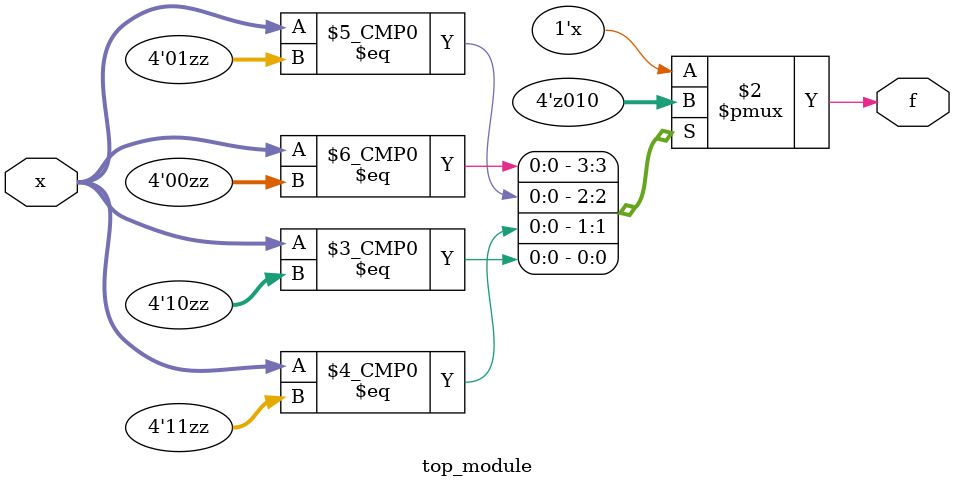
<source format=sv>
module top_module (
	input [4:1] x,
	output logic f
);

always_comb begin
    case(x)
        4'b00??: f = 1'b?; // don't care
        4'b01??: f = 1'b0;
        4'b11??: f = 1'b1;
        4'b10??: f = 1'b0;
        default: f = 1'b?; // don't care
    endcase
end

endmodule

</source>
